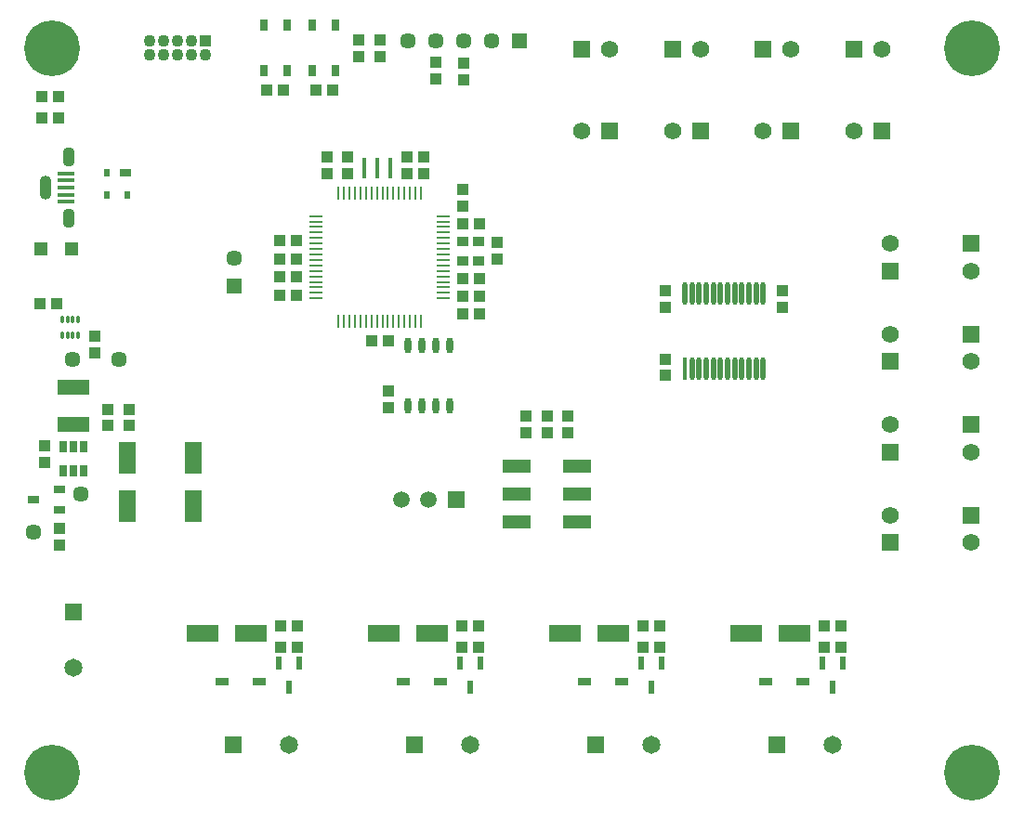
<source format=gbr>
%TF.GenerationSoftware,Altium Limited,Altium Designer,24.2.2 (26)*%
G04 Layer_Color=255*
%FSLAX45Y45*%
%MOMM*%
%TF.SameCoordinates,A4C595DC-B1F2-44DB-B2EC-003EFFDD1F8B*%
%TF.FilePolarity,Positive*%
%TF.FileFunction,Pads,Top*%
%TF.Part,Single*%
G01*
G75*
%TA.AperFunction,SMDPad,CuDef*%
%ADD10R,3.00000X1.60000*%
G04:AMPARAMS|DCode=11|XSize=0.25mm|YSize=1.25mm|CornerRadius=0.0625mm|HoleSize=0mm|Usage=FLASHONLY|Rotation=0.000|XOffset=0mm|YOffset=0mm|HoleType=Round|Shape=RoundedRectangle|*
%AMROUNDEDRECTD11*
21,1,0.25000,1.12500,0,0,0.0*
21,1,0.12500,1.25000,0,0,0.0*
1,1,0.12500,0.06250,-0.56250*
1,1,0.12500,-0.06250,-0.56250*
1,1,0.12500,-0.06250,0.56250*
1,1,0.12500,0.06250,0.56250*
%
%ADD11ROUNDEDRECTD11*%
G04:AMPARAMS|DCode=12|XSize=0.25mm|YSize=1.25mm|CornerRadius=0.0625mm|HoleSize=0mm|Usage=FLASHONLY|Rotation=270.000|XOffset=0mm|YOffset=0mm|HoleType=Round|Shape=RoundedRectangle|*
%AMROUNDEDRECTD12*
21,1,0.25000,1.12500,0,0,270.0*
21,1,0.12500,1.25000,0,0,270.0*
1,1,0.12500,-0.56250,-0.06250*
1,1,0.12500,-0.56250,0.06250*
1,1,0.12500,0.56250,0.06250*
1,1,0.12500,0.56250,-0.06250*
%
%ADD12ROUNDEDRECTD12*%
G04:AMPARAMS|DCode=13|XSize=0.66mm|YSize=0.32mm|CornerRadius=0.04mm|HoleSize=0mm|Usage=FLASHONLY|Rotation=90.000|XOffset=0mm|YOffset=0mm|HoleType=Round|Shape=RoundedRectangle|*
%AMROUNDEDRECTD13*
21,1,0.66000,0.24000,0,0,90.0*
21,1,0.58000,0.32000,0,0,90.0*
1,1,0.08000,0.12000,0.29000*
1,1,0.08000,0.12000,-0.29000*
1,1,0.08000,-0.12000,-0.29000*
1,1,0.08000,-0.12000,0.29000*
%
%ADD13ROUNDEDRECTD13*%
%ADD14R,0.45493X2.05283*%
G04:AMPARAMS|DCode=15|XSize=2.05283mm|YSize=0.45493mm|CornerRadius=0.22746mm|HoleSize=0mm|Usage=FLASHONLY|Rotation=90.000|XOffset=0mm|YOffset=0mm|HoleType=Round|Shape=RoundedRectangle|*
%AMROUNDEDRECTD15*
21,1,2.05283,0.00000,0,0,90.0*
21,1,1.59790,0.45493,0,0,90.0*
1,1,0.45493,0.00000,0.79895*
1,1,0.45493,0.00000,-0.79895*
1,1,0.45493,0.00000,-0.79895*
1,1,0.45493,0.00000,0.79895*
%
%ADD15ROUNDEDRECTD15*%
%ADD16R,0.53340X1.16840*%
%ADD17R,1.21920X0.76200*%
%ADD18R,1.00000X1.02000*%
%ADD19R,0.40000X1.90000*%
%ADD20R,1.00000X0.70000*%
%ADD21R,0.60000X0.70000*%
%ADD22R,1.20000X1.20000*%
%ADD23R,1.60000X3.00000*%
%ADD24R,0.70000X1.00000*%
%ADD25R,1.50000X0.44800*%
%ADD26R,2.50000X1.20000*%
%ADD27R,0.65000X1.05000*%
%ADD28O,0.60000X1.45000*%
%ADD29R,1.02000X1.00000*%
%ADD30R,1.00000X0.97000*%
%ADD31R,1.00000X0.70000*%
%ADD32R,2.84480X1.39700*%
%TA.AperFunction,ComponentPad*%
%ADD43C,1.10000*%
%ADD44R,1.10000X1.10000*%
%ADD45C,1.57500*%
%ADD46R,1.57500X1.57500*%
%ADD47C,1.65000*%
%ADD48R,1.65000X1.65000*%
%ADD49R,1.50800X1.50800*%
%ADD50C,1.50800*%
%ADD51C,1.45000*%
%ADD52R,1.45000X1.45000*%
%ADD53O,1.10000X1.80000*%
%ADD54O,1.10000X2.20000*%
%TA.AperFunction,ViaPad*%
%ADD55C,5.08000*%
%TA.AperFunction,ComponentPad*%
%ADD56R,1.57500X1.57500*%
%ADD57R,1.45000X1.45000*%
%ADD58R,1.65000X1.65000*%
D10*
X9495500Y6096000D02*
D03*
X9935500D02*
D03*
X13237500D02*
D03*
X12797500D02*
D03*
X7844500D02*
D03*
X8284500D02*
D03*
X11146500D02*
D03*
X11586500D02*
D03*
D11*
X9085480Y10107900D02*
D03*
X9135480D02*
D03*
X9185480D02*
D03*
X9235480D02*
D03*
X9285480D02*
D03*
X9335480D02*
D03*
X9385480D02*
D03*
X9435480D02*
D03*
X9485480D02*
D03*
X9535480D02*
D03*
X9585480D02*
D03*
X9635480D02*
D03*
X9685480D02*
D03*
X9735480D02*
D03*
X9785480D02*
D03*
X9835480D02*
D03*
Y8942900D02*
D03*
X9785480D02*
D03*
X9735480D02*
D03*
X9685480D02*
D03*
X9635480D02*
D03*
X9585480D02*
D03*
X9535480D02*
D03*
X9485480D02*
D03*
X9435480D02*
D03*
X9385480D02*
D03*
X9335480D02*
D03*
X9285480D02*
D03*
X9235480D02*
D03*
X9185480D02*
D03*
X9135480D02*
D03*
X9085480D02*
D03*
D12*
X10042980Y9900400D02*
D03*
Y9850400D02*
D03*
Y9800400D02*
D03*
Y9750400D02*
D03*
Y9700400D02*
D03*
Y9650400D02*
D03*
Y9600400D02*
D03*
Y9550400D02*
D03*
Y9500400D02*
D03*
Y9450400D02*
D03*
Y9400400D02*
D03*
Y9350400D02*
D03*
Y9300400D02*
D03*
Y9250400D02*
D03*
Y9200400D02*
D03*
Y9150400D02*
D03*
X8877980D02*
D03*
Y9200400D02*
D03*
Y9250400D02*
D03*
Y9300400D02*
D03*
Y9350400D02*
D03*
Y9400400D02*
D03*
Y9450400D02*
D03*
Y9500400D02*
D03*
Y9550400D02*
D03*
Y9600400D02*
D03*
Y9650400D02*
D03*
Y9700400D02*
D03*
Y9750400D02*
D03*
Y9800400D02*
D03*
Y9850400D02*
D03*
Y9900400D02*
D03*
D13*
X6564560Y8813960D02*
D03*
X6614560D02*
D03*
X6664560D02*
D03*
X6714560D02*
D03*
Y8960960D02*
D03*
X6664560D02*
D03*
X6614560D02*
D03*
X6564560D02*
D03*
D14*
X12240900Y8509386D02*
D03*
D15*
X12305900D02*
D03*
X12370900D02*
D03*
X12435900D02*
D03*
X12500900D02*
D03*
X12565900D02*
D03*
X12630900D02*
D03*
X12695900D02*
D03*
X12760900D02*
D03*
X12825900D02*
D03*
X12890900D02*
D03*
X12955901D02*
D03*
Y9194414D02*
D03*
X12890900D02*
D03*
X12825900D02*
D03*
X12760900D02*
D03*
X12695900D02*
D03*
X12630900D02*
D03*
X12565900D02*
D03*
X12500900D02*
D03*
X12435900D02*
D03*
X12370900D02*
D03*
X12305900D02*
D03*
X12240900D02*
D03*
D16*
X10380980Y5824220D02*
D03*
X10193020D02*
D03*
X10287000Y5605780D02*
D03*
X13682980Y5824220D02*
D03*
X13495020D02*
D03*
X13589000Y5605780D02*
D03*
X8636000D02*
D03*
X8542020Y5824220D02*
D03*
X8729980D02*
D03*
X11938000Y5605780D02*
D03*
X11844020Y5824220D02*
D03*
X12031980D02*
D03*
D17*
X9674860Y5651500D02*
D03*
X10010140D02*
D03*
X12976860D02*
D03*
X13312140D02*
D03*
X11661140D02*
D03*
X11325860D02*
D03*
X8359140D02*
D03*
X8023860D02*
D03*
D18*
X10362900Y5969000D02*
D03*
X10211100D02*
D03*
X10362900Y6159500D02*
D03*
X10211100D02*
D03*
X13664900Y5969000D02*
D03*
X13513100D02*
D03*
X13664900Y6159500D02*
D03*
X13513100D02*
D03*
X9539940Y8763000D02*
D03*
X9388140D02*
D03*
X8547100Y9677400D02*
D03*
X8698900D02*
D03*
X8547100Y9177020D02*
D03*
X8698900D02*
D03*
X8547400Y9509760D02*
D03*
X8699200D02*
D03*
X8547400Y9344660D02*
D03*
X8699200D02*
D03*
X8560100Y6159500D02*
D03*
X8711900D02*
D03*
X8560100Y5969000D02*
D03*
X8711900D02*
D03*
X11862100Y6159500D02*
D03*
X12013900D02*
D03*
X11862100Y5969000D02*
D03*
X12013900D02*
D03*
X8433100Y11049000D02*
D03*
X8584900D02*
D03*
X10216180Y9329420D02*
D03*
X10367980D02*
D03*
X10216180Y9006840D02*
D03*
X10367980D02*
D03*
X10216180Y9827260D02*
D03*
X10367980D02*
D03*
Y9166860D02*
D03*
X10216180D02*
D03*
X8877600Y11049000D02*
D03*
X9029400D02*
D03*
X6519880Y9103360D02*
D03*
X6368080D02*
D03*
X6385860Y10988040D02*
D03*
X6537660D02*
D03*
X6385860Y10797540D02*
D03*
X6537660D02*
D03*
D19*
X9316100Y10335260D02*
D03*
X9436100D02*
D03*
X9556100D02*
D03*
D20*
X7144840Y10292080D02*
D03*
D21*
X6974840D02*
D03*
Y10092080D02*
D03*
X7164840D02*
D03*
D22*
X6650320Y9601200D02*
D03*
X6370320D02*
D03*
D23*
X7157720Y7692680D02*
D03*
Y7252680D02*
D03*
X7762240D02*
D03*
Y7692680D02*
D03*
D24*
X6572500Y7793450D02*
D03*
X6667500D02*
D03*
X6762500D02*
D03*
Y7573550D02*
D03*
X6667500D02*
D03*
X6572500D02*
D03*
D25*
X6603500Y10160000D02*
D03*
Y10225000D02*
D03*
Y10095000D02*
D03*
Y10290000D02*
D03*
Y10030000D02*
D03*
D26*
X11260500Y7616000D02*
D03*
X10710500D02*
D03*
Y7116000D02*
D03*
X11260500D02*
D03*
Y7366000D02*
D03*
X10710500D02*
D03*
D27*
X9061000Y11637500D02*
D03*
Y11222500D02*
D03*
X8846000Y11637500D02*
D03*
Y11222500D02*
D03*
X8616500Y11637500D02*
D03*
Y11222500D02*
D03*
X8401500Y11637500D02*
D03*
Y11222500D02*
D03*
D28*
X9715500Y8173000D02*
D03*
X9842500D02*
D03*
X9969500D02*
D03*
X10096500D02*
D03*
X9715500Y8718000D02*
D03*
X9842500D02*
D03*
X9969500D02*
D03*
X10096500D02*
D03*
D29*
X11176000Y7925100D02*
D03*
Y8076900D02*
D03*
X10795000Y7925100D02*
D03*
Y8076900D02*
D03*
X9542780Y8150860D02*
D03*
Y8302660D02*
D03*
X10985500Y8076900D02*
D03*
Y7925100D02*
D03*
X13131799Y9070640D02*
D03*
Y9222440D02*
D03*
X12065000Y8445500D02*
D03*
Y8597300D02*
D03*
Y9222440D02*
D03*
Y9070640D02*
D03*
X10215880Y9987580D02*
D03*
Y10139380D02*
D03*
X9865360Y10289840D02*
D03*
Y10441640D02*
D03*
X9166860Y10289540D02*
D03*
Y10441340D02*
D03*
X9705340Y10289840D02*
D03*
Y10441640D02*
D03*
X8983980Y10439100D02*
D03*
Y10287300D02*
D03*
X10528300Y9507520D02*
D03*
Y9659320D02*
D03*
X9969500Y11300460D02*
D03*
Y11148660D02*
D03*
X10223500Y11295080D02*
D03*
Y11143280D02*
D03*
X9461500Y11505900D02*
D03*
Y11354100D02*
D03*
X9271000Y11505900D02*
D03*
Y11354100D02*
D03*
X6403340Y7650780D02*
D03*
Y7802580D02*
D03*
X6543040Y6904020D02*
D03*
Y7055820D02*
D03*
X7175500Y8140400D02*
D03*
Y7988600D02*
D03*
X6985000Y8140400D02*
D03*
Y7988600D02*
D03*
X6860540Y8808420D02*
D03*
Y8656620D02*
D03*
D30*
X10216040Y9664700D02*
D03*
X10363040D02*
D03*
X10216040Y9486900D02*
D03*
X10363040D02*
D03*
D31*
X6543040Y7221220D02*
D03*
Y7411220D02*
D03*
X6303040Y7316220D02*
D03*
D32*
X6667500Y8001000D02*
D03*
Y8341000D02*
D03*
D43*
X7366000Y11366500D02*
D03*
Y11493500D02*
D03*
X7493000Y11366500D02*
D03*
Y11493500D02*
D03*
X7620000Y11366500D02*
D03*
Y11493500D02*
D03*
X7747000Y11366500D02*
D03*
Y11493500D02*
D03*
X7874000Y11366500D02*
D03*
D44*
Y11493500D02*
D03*
D45*
X14108000Y8824500D02*
D03*
Y9650000D02*
D03*
Y7999000D02*
D03*
X13781500Y10679000D02*
D03*
X14031500Y11419000D02*
D03*
X11305000Y10679000D02*
D03*
X14848000Y9400000D02*
D03*
Y8574500D02*
D03*
Y7749000D02*
D03*
X14108000Y7173500D02*
D03*
X14848000Y6923500D02*
D03*
X11555000Y11419000D02*
D03*
X12130500Y10679000D02*
D03*
X12380500Y11419000D02*
D03*
X12956000Y10679000D02*
D03*
X13206000Y11419000D02*
D03*
D46*
X14108000Y8574500D02*
D03*
Y9400000D02*
D03*
Y7749000D02*
D03*
X14848000Y9650000D02*
D03*
Y8824500D02*
D03*
Y7999000D02*
D03*
X14108000Y6923500D02*
D03*
X14848000Y7173500D02*
D03*
D47*
X10287000Y5080000D02*
D03*
X13589000D02*
D03*
X8636000D02*
D03*
X11938000D02*
D03*
X6667500Y5778500D02*
D03*
D48*
X9779000Y5080000D02*
D03*
X13081000D02*
D03*
X8128000D02*
D03*
X11430000D02*
D03*
D49*
X10156000Y7313500D02*
D03*
D50*
X9906000D02*
D03*
X9656000D02*
D03*
D51*
X8130540Y9512300D02*
D03*
X6301740Y7015480D02*
D03*
X9715500Y11493500D02*
D03*
X9969500D02*
D03*
X10223500D02*
D03*
X10477500D02*
D03*
X6736080Y7366000D02*
D03*
X6662420Y8592820D02*
D03*
X7081520D02*
D03*
D52*
X8130540Y9258300D02*
D03*
D53*
X6628500Y10440000D02*
D03*
Y9880000D02*
D03*
D54*
X6413500Y10160000D02*
D03*
D55*
X14859000Y4826000D02*
D03*
Y11430000D02*
D03*
X6477000Y4826000D02*
D03*
Y11430000D02*
D03*
D56*
X14031500Y10679000D02*
D03*
X13781500Y11419000D02*
D03*
X11555000Y10679000D02*
D03*
X11305000Y11419000D02*
D03*
X12380500Y10679000D02*
D03*
X12130500Y11419000D02*
D03*
X13206000Y10679000D02*
D03*
X12956000Y11419000D02*
D03*
D57*
X10731500Y11493500D02*
D03*
D58*
X6667500Y6286500D02*
D03*
%TF.MD5,7f37b87ea8e8ef00cc80c3777d4ace9b*%
M02*

</source>
